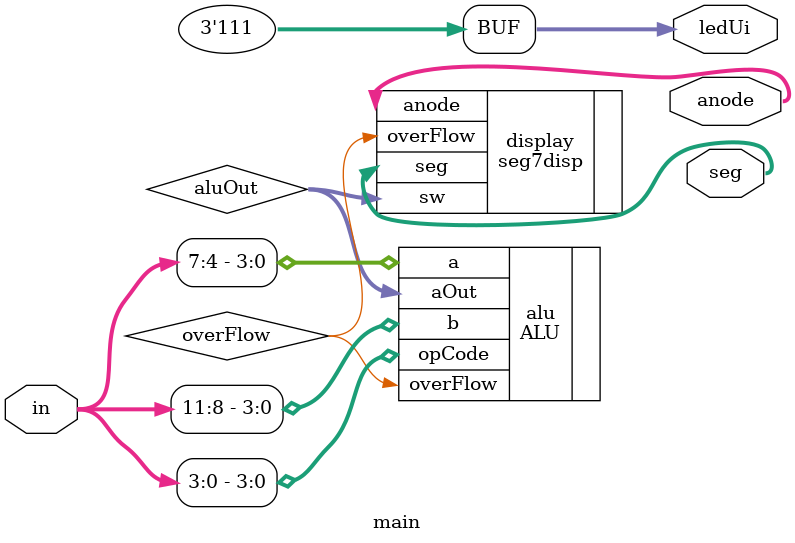
<source format=sv>
`timescale 1ns / 1ps

module main(
    input [11:0] in,
    //input clk,
    //input switch0,
    output reg [6:0] seg,
    output reg [3:0] anode,
    output reg [2:0] ledUi
    //output reg check //lights turns on or off when an action occurs
);
    reg [3:0] a;
    reg [3:0] b;
    //reg [3:0] tmpReg;
    //reg [3:0] reg0;
    //reg [3:0] reg1;
    //reg [3:0] reg2;
    //reg [3:0] reg3;
    reg [3:0] aluOut; //allows us to not always be using the ALU
    //assign check = 0;
    assign ledUi[0] = 1;
    assign ledUi[1] = 1;
    assign ledUi[2] = 1;
    reg overFlow;
    ALU alu (.opCode(in[3:0]), .a(in[7:4]), .b(in[11:8]), .aOut(aluOut), .overFlow(overFlow)); //instantiates ALU
    seg7disp display(.sw(aluOut), .overFlow(overFlow), .seg(seg), .anode(anode)); //displays A

endmodule

</source>
